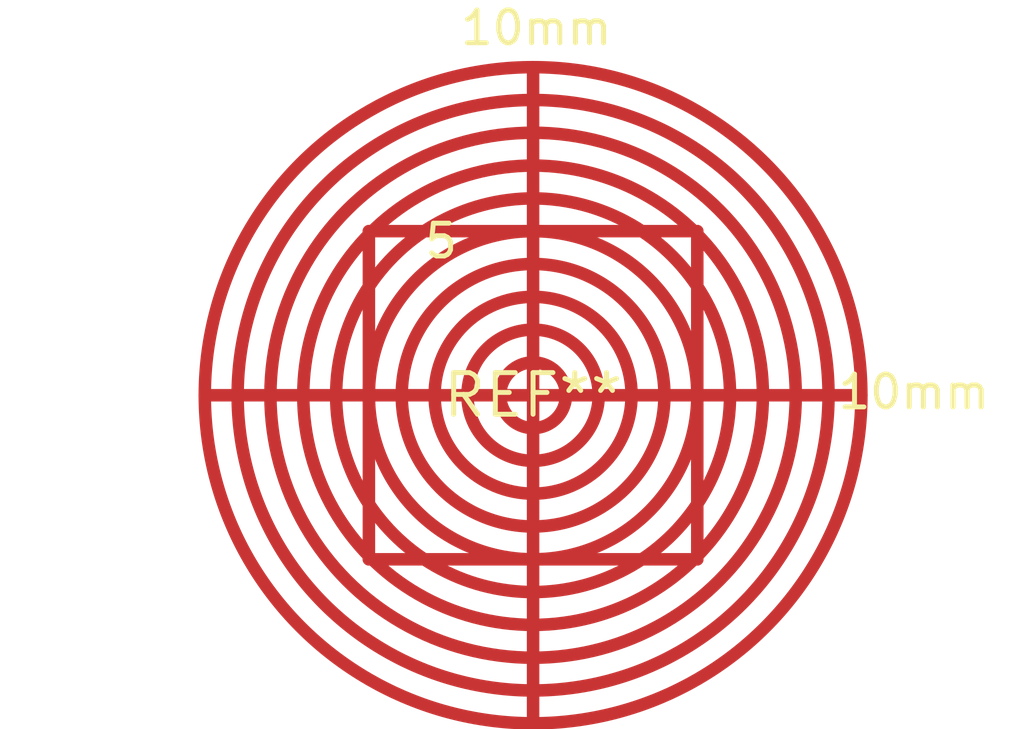
<source format=kicad_pcb>
(kicad_pcb (version 20240108) (generator pcbnew)
  (layers (0 "F.Cu" signal) (31 "B.Cu" signal) (34 "B.Paste" user) (35 "F.Paste" user) (36 "B.SilkS" user "B.Silkscreen") (37 "F.SilkS" user "F.Silkscreen") (38 "B.Mask" user) (39 "F.Mask" user) (44 "Edge.Cuts" user))
  (net 0 "")
  (footprint "Gauge_10mm_Type3_CopperTop" (layer "F.Cu") (at 0 0)
    (property "Reference" "REF**")
    (property "Value" "Gauge_10mm_Type3_CopperTop")
    (fp_line (start -5.00126 -5.00126) (end -5.00126 0) (layer "F.Cu") (stroke (width 0.381)))
    (fp_line (start -5.00126 5.00126) (end -5.00126 0) (layer "F.Cu") (stroke (width 0.381)))
    (fp_line (start -1.99898 0) (end -9.99998 0) (layer "F.Cu") (stroke (width 0.381)))
    (fp_line (start 0 -5.00126) (end -5.00126 -5.00126) (layer "F.Cu") (stroke (width 0.381)))
    (fp_line (start 0 -5.00126) (end 5.00126 -5.00126) (layer "F.Cu") (stroke (width 0.381)))
    (fp_line (start 0 0) (end -1.99898 0) (layer "F.Cu") (stroke (width 0.381)))
    (fp_line (start 0 0) (end 0 -9.99998) (layer "F.Cu") (stroke (width 0.381)))
    (fp_line (start 0 0) (end 0 1.99898) (layer "F.Cu") (stroke (width 0.381)))
    (fp_line (start 0 0) (end 9.99998 0) (layer "F.Cu") (stroke (width 0.381)))
    (fp_line (start 0 1.99898) (end 0 9.99998) (layer "F.Cu") (stroke (width 0.381)))
    (fp_line (start 0 5.00126) (end -5.00126 5.00126) (layer "F.Cu") (stroke (width 0.381)))
    (fp_line (start 5.00126 -5.00126) (end 5.00126 0) (layer "F.Cu") (stroke (width 0.381)))
    (fp_line (start 5.00126 0) (end 5.00126 5.00126) (layer "F.Cu") (stroke (width 0.381)))
    (fp_line (start 5.00126 5.00126) (end 0 5.00126) (layer "F.Cu") (stroke (width 0.381)))
    (fp_circle (center 0 0) (end 0 -8.99922) (layer "F.Cu") (stroke (width 0.381)) (fill none))
    (fp_circle (center 0 0) (end 0 -8.001) (layer "F.Cu") (stroke (width 0.381)) (fill none))
    (fp_circle (center 0 0) (end 0 -7.00024) (layer "F.Cu") (stroke (width 0.381)) (fill none))
    (fp_circle (center 0 0) (end 0 -5.99948) (layer "F.Cu") (stroke (width 0.381)) (fill none))
    (fp_circle (center 0 0) (end 0 -4.0005) (layer "F.Cu") (stroke (width 0.381)) (fill none))
    (fp_circle (center 0 0) (end 0 -2.99974) (layer "F.Cu") (stroke (width 0.381)) (fill none))
    (fp_circle (center 0 0) (end 0 -1.99898) (layer "F.Cu") (stroke (width 0.381)) (fill none))
    (fp_circle (center 0 0) (end 0 -1.00076) (layer "F.Cu") (stroke (width 0.381)) (fill none))
    (fp_circle (center 0 0) (end 5.00126 0) (layer "F.Cu") (stroke (width 0.381)) (fill none))
    (fp_circle (center 0 0) (end 9.99998 0) (layer "F.Cu") (stroke (width 0.381)) (fill none))
    (fp_text user "10mm" (at 11.60018 -0.09906 0) (layer "F.SilkS"))
    (fp_text user "5" (at -2.79908 -4.699 0) (layer "F.SilkS"))
    (fp_text user "10mm" (at 0.09906 -11.19886 0) (layer "F.SilkS"))
  )
)
</source>
